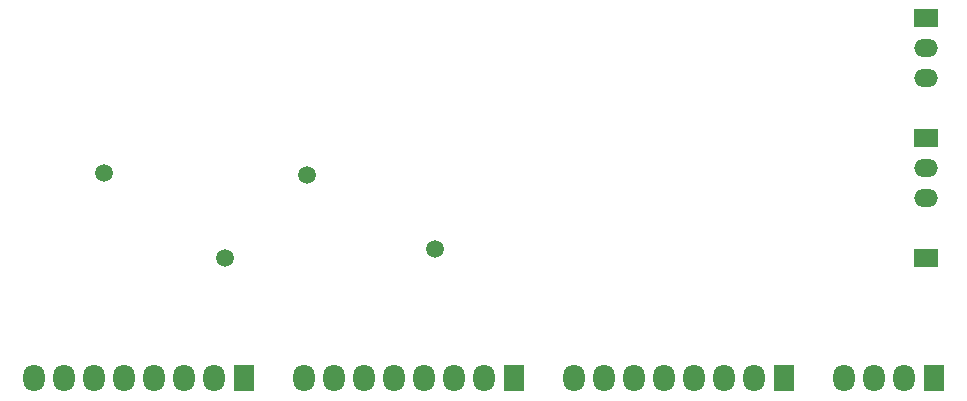
<source format=gbr>
G04 #@! TF.GenerationSoftware,KiCad,Pcbnew,(5.1.8)-1*
G04 #@! TF.CreationDate,2023-07-12T22:55:22+03:00*
G04 #@! TF.ProjectId,CMP,434d502e-6b69-4636-9164-5f7063625858,rev?*
G04 #@! TF.SameCoordinates,PX354a940PY2a16894*
G04 #@! TF.FileFunction,Soldermask,Bot*
G04 #@! TF.FilePolarity,Negative*
%FSLAX46Y46*%
G04 Gerber Fmt 4.6, Leading zero omitted, Abs format (unit mm)*
G04 Created by KiCad (PCBNEW (5.1.8)-1) date 2023-07-12 22:55:22*
%MOMM*%
%LPD*%
G01*
G04 APERTURE LIST*
%ADD10C,1.500000*%
%ADD11R,2.000000X1.500000*%
%ADD12O,2.000000X1.500000*%
%ADD13O,1.800000X2.300000*%
%ADD14R,1.800000X2.300000*%
G04 APERTURE END LIST*
D10*
X25717500Y-17462500D03*
X36542818Y-23712500D03*
X8493099Y-17277795D03*
X18732500Y-24447500D03*
D11*
X78105000Y-24447500D03*
D12*
X78105000Y-9207500D03*
X78105000Y-6667500D03*
D11*
X78105000Y-4127500D03*
D12*
X78105000Y-19367500D03*
X78105000Y-16827500D03*
D11*
X78105000Y-14287500D03*
D13*
X48260000Y-34607500D03*
X50800000Y-34607500D03*
X53340000Y-34607500D03*
X55880000Y-34607500D03*
X58420000Y-34607500D03*
X60960000Y-34607500D03*
X63500000Y-34607500D03*
D14*
X66040000Y-34607500D03*
D13*
X2540000Y-34607500D03*
X5080000Y-34607500D03*
X7620000Y-34607500D03*
X10160000Y-34607500D03*
X12700000Y-34607500D03*
X15240000Y-34607500D03*
X17780000Y-34607500D03*
D14*
X20320000Y-34607500D03*
D13*
X25400000Y-34607500D03*
X27940000Y-34607500D03*
X30480000Y-34607500D03*
X33020000Y-34607500D03*
X35560000Y-34607500D03*
X38100000Y-34607500D03*
X40640000Y-34607500D03*
D14*
X43180000Y-34607500D03*
D13*
X71120000Y-34607500D03*
X73660000Y-34607500D03*
X76200000Y-34607500D03*
D14*
X78740000Y-34607500D03*
M02*

</source>
